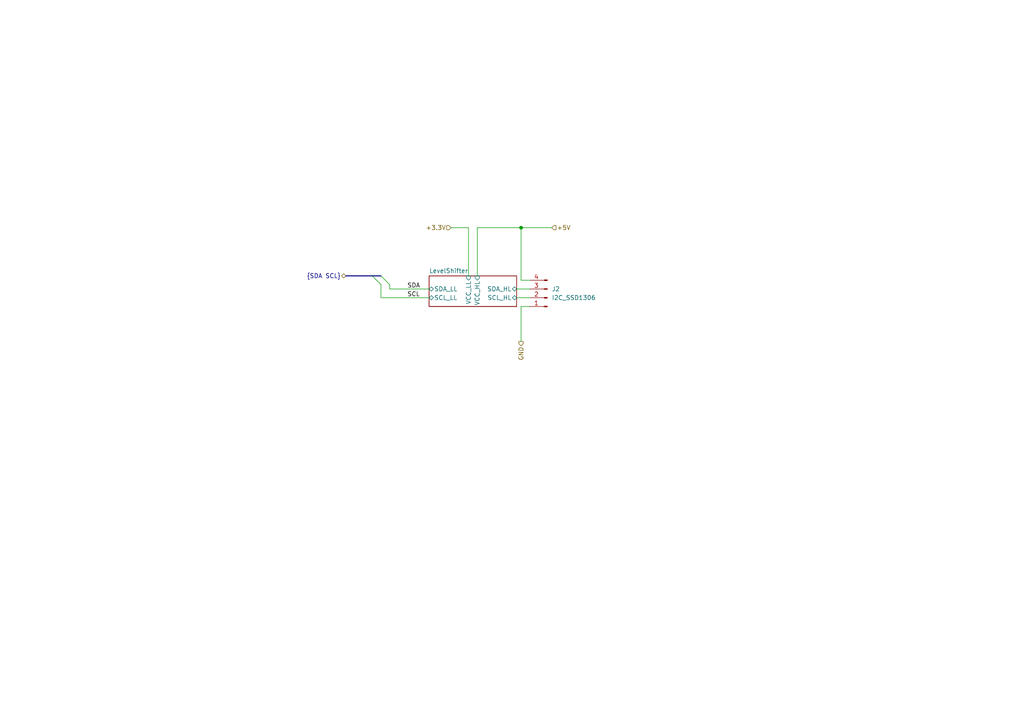
<source format=kicad_sch>
(kicad_sch (version 20231120) (generator "eeschema") (generator_version "8.0")
  (paper "A4")
  (lib_symbols
    (symbol "Connector:Conn_01x04_Pin" (pin_names (offset 1.016) hide)
      (property "Reference" "J" (at 0 5.08 0))
      (property "Value" "Conn_01x04_Pin" (at 0 -7.62 0))
      (symbol "Conn_01x04_Pin_1_1"
        (polyline (pts (xy 1.27 -5.08) (xy 0.8636 -5.08)) (stroke (width 0.1524)))
        (polyline (pts (xy 1.27 -2.54) (xy 0.8636 -2.54)) (stroke (width 0.1524)))
        (polyline (pts (xy 1.27 0) (xy 0.8636 0)) (stroke (width 0.1524)))
        (polyline (pts (xy 1.27 2.54) (xy 0.8636 2.54)) (stroke (width 0.1524)))
        (rectangle (start 0.8636 -4.953) (end 0 -5.207) (stroke (width 0.1524)) (fill (type outline)))
        (rectangle (start 0.8636 -2.413) (end 0 -2.667) (stroke (width 0.1524)) (fill (type outline)))
        (rectangle (start 0.8636 0.127) (end 0 -0.127) (stroke (width 0.1524)) (fill (type outline)))
        (rectangle (start 0.8636 2.667) (end 0 2.413) (stroke (width 0.1524)) (fill (type outline)))
        (pin passive line (at 5.08 2.54 180) (length 3.81) (name "Pin_1") (number "1"))
        (pin passive line (at 5.08 0 180) (length 3.81) (name "Pin_2") (number "2"))
        (pin passive line (at 5.08 -2.54 180) (length 3.81) (name "Pin_3") (number "3"))
        (pin passive line (at 5.08 -5.08 180) (length 3.81) (name "Pin_4") (number "4"))
      )
    )
  )
  (junction (at 151.13 66.04))
  (bus_entry (at 110.49 82.55) (size -2.54 -2.54))
  (bus_entry (at 113.03 82.55) (size -2.54 -2.54))
  (wire (pts (xy 151.13 81.28) (xy 153.67 81.28)))
  (bus (pts (xy 107.95 80.01) (xy 100.33 80.01)))
  (wire (pts (xy 130.81 66.04) (xy 135.89 66.04)))
  (wire (pts (xy 113.03 82.55) (xy 113.03 83.82)))
  (wire (pts (xy 135.89 66.04) (xy 135.89 80.01)))
  (wire (pts (xy 110.49 86.36) (xy 124.46 86.36)))
  (wire (pts (xy 149.86 86.36) (xy 153.67 86.36)))
  (wire (pts (xy 149.86 83.82) (xy 153.67 83.82)))
  (wire (pts (xy 113.03 83.82) (xy 124.46 83.82)))
  (wire (pts (xy 110.49 82.55) (xy 110.49 86.36)))
  (wire (pts (xy 151.13 99.06) (xy 151.13 88.9)))
  (wire (pts (xy 151.13 66.04) (xy 151.13 81.28)))
  (bus (pts (xy 110.49 80.01) (xy 107.95 80.01)))
  (wire (pts (xy 138.43 80.01) (xy 138.43 66.04)))
  (wire (pts (xy 151.13 66.04) (xy 160.02 66.04)))
  (wire (pts (xy 138.43 66.04) (xy 151.13 66.04)))
  (wire (pts (xy 151.13 88.9) (xy 153.67 88.9)))
  (label "SCL" (at 118.11 86.36 0))
  (label "SDA" (at 118.11 83.82 0))
  (hierarchical_label "+3.3V" (shape input) (at 130.81 66.04 180))
  (hierarchical_label "{SDA SCL}" (shape bidirectional) (at 100.33 80.01 180))
  (hierarchical_label "+5V" (shape input) (at 160.02 66.04 0))
  (hierarchical_label "GND" (shape output) (at 151.13 99.06 270))
  (symbol (lib_id "Connector:Conn_01x04_Pin") (at 158.75 86.36 180) (unit 1)
    (property "Reference" "J2" (at 160.02 83.82 0) (effects (justify right)))
    (property "Value" "I2C_SSD1306" (at 160.02 86.36 0) (effects (justify right)))
    (property "Footprint" "OLED:SSD1306_OLED_Display(128x64)" (effects (hide yes)))
  )
  (sheet (at 124.46 80.01) (size 25.4 8.89) (stroke (width 0.1524))
    (property "Sheetname" "LevelShifter" (at 124.46 79.2984 0) (effects (justify left bottom)))
    (property "Sheetfile" "LevelShifter.kicad_sch" (effects (hide yes)))
    (pin "SCL_HL" bidirectional (at 149.86 86.36 0))
    (pin "SDA_HL" bidirectional (at 149.86 83.82 0))
    (pin "SCL_LL" bidirectional (at 124.46 86.36 180))
    (pin "VCC_HL" input (at 138.43 80.01 90))
    (pin "VCC_LL" input (at 135.89 80.01 90))
    (pin "SDA_LL" bidirectional (at 124.46 83.82 180))
  )
)
</source>
